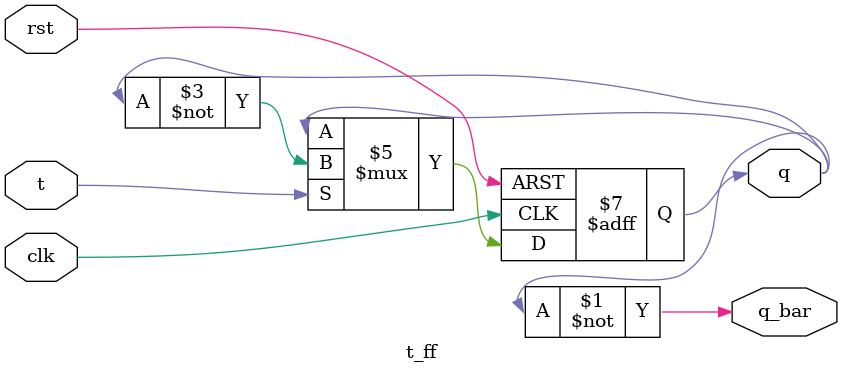
<source format=sv>
module t_ff (
    input clk,
    input rst,
    input t,
    output reg q,
    output q_bar
);
    assign q_bar = ~q;
    always @(posedge clk or posedge rst) begin
        if (rst) begin
            q <= 1'b0;
        end else begin
            if (t) 
                q <= ~q; 
            else 
                q <= q;   
        end
    end

endmodule

</source>
